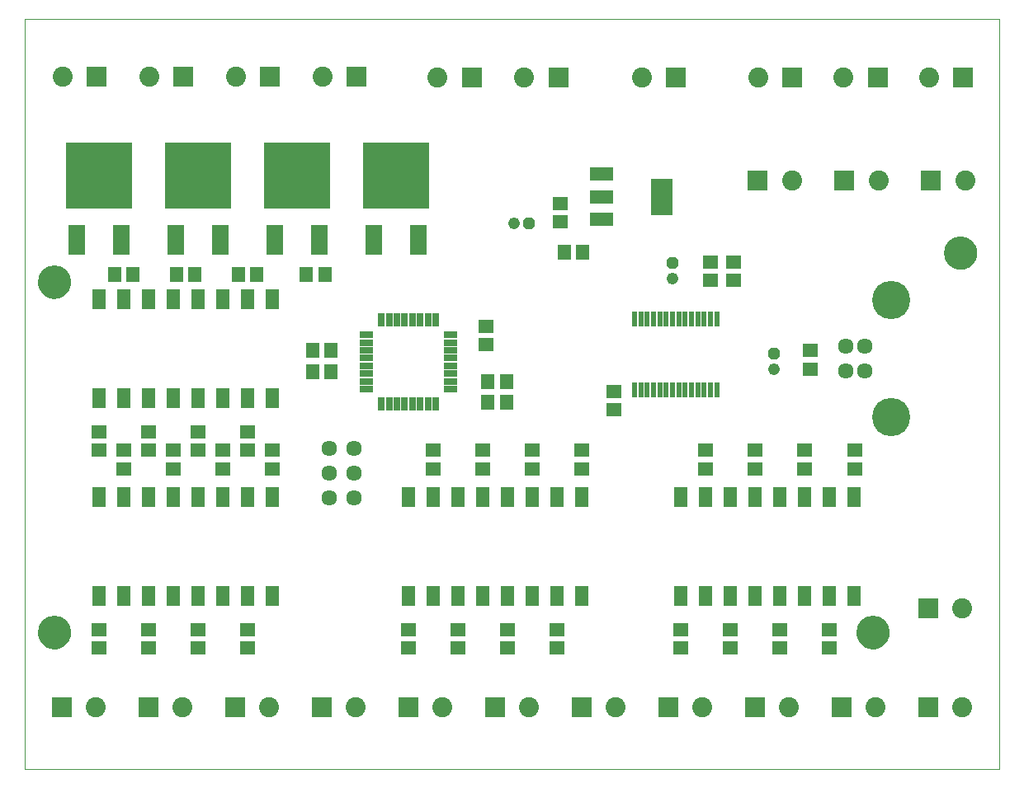
<source format=gts>
G75*
G70*
%OFA0B0*%
%FSLAX24Y24*%
%IPPOS*%
%LPD*%
%AMOC8*
5,1,8,0,0,1.08239X$1,22.5*
%
%ADD10C,0.0039*%
%ADD11C,0.0000*%
%ADD12C,0.1339*%
%ADD13R,0.0197X0.0631*%
%ADD14R,0.0540X0.0260*%
%ADD15R,0.0260X0.0540*%
%ADD16C,0.1542*%
%ADD17C,0.0634*%
%ADD18R,0.0631X0.0552*%
%ADD19R,0.0808X0.0808*%
%ADD20C,0.0808*%
%ADD21R,0.2678X0.2678*%
%ADD22R,0.0670X0.1221*%
%ADD23R,0.0552X0.0631*%
%ADD24OC8,0.0476*%
%ADD25C,0.0476*%
%ADD26R,0.0920X0.0520*%
%ADD27R,0.0906X0.1457*%
%ADD28R,0.0552X0.0827*%
D10*
X006386Y005283D02*
X045756Y005283D01*
X045756Y035598D01*
X006386Y035598D01*
X006386Y005283D01*
D11*
X006917Y010795D02*
X006919Y010845D01*
X006925Y010895D01*
X006935Y010945D01*
X006948Y010993D01*
X006965Y011041D01*
X006986Y011087D01*
X007010Y011131D01*
X007038Y011173D01*
X007069Y011213D01*
X007103Y011250D01*
X007140Y011285D01*
X007179Y011316D01*
X007220Y011345D01*
X007264Y011370D01*
X007310Y011392D01*
X007357Y011410D01*
X007405Y011424D01*
X007454Y011435D01*
X007504Y011442D01*
X007554Y011445D01*
X007605Y011444D01*
X007655Y011439D01*
X007705Y011430D01*
X007753Y011418D01*
X007801Y011401D01*
X007847Y011381D01*
X007892Y011358D01*
X007935Y011331D01*
X007975Y011301D01*
X008013Y011268D01*
X008048Y011232D01*
X008081Y011193D01*
X008110Y011152D01*
X008136Y011109D01*
X008159Y011064D01*
X008178Y011017D01*
X008193Y010969D01*
X008205Y010920D01*
X008213Y010870D01*
X008217Y010820D01*
X008217Y010770D01*
X008213Y010720D01*
X008205Y010670D01*
X008193Y010621D01*
X008178Y010573D01*
X008159Y010526D01*
X008136Y010481D01*
X008110Y010438D01*
X008081Y010397D01*
X008048Y010358D01*
X008013Y010322D01*
X007975Y010289D01*
X007935Y010259D01*
X007892Y010232D01*
X007847Y010209D01*
X007801Y010189D01*
X007753Y010172D01*
X007705Y010160D01*
X007655Y010151D01*
X007605Y010146D01*
X007554Y010145D01*
X007504Y010148D01*
X007454Y010155D01*
X007405Y010166D01*
X007357Y010180D01*
X007310Y010198D01*
X007264Y010220D01*
X007220Y010245D01*
X007179Y010274D01*
X007140Y010305D01*
X007103Y010340D01*
X007069Y010377D01*
X007038Y010417D01*
X007010Y010459D01*
X006986Y010503D01*
X006965Y010549D01*
X006948Y010597D01*
X006935Y010645D01*
X006925Y010695D01*
X006919Y010745D01*
X006917Y010795D01*
X006917Y024968D02*
X006919Y025018D01*
X006925Y025068D01*
X006935Y025118D01*
X006948Y025166D01*
X006965Y025214D01*
X006986Y025260D01*
X007010Y025304D01*
X007038Y025346D01*
X007069Y025386D01*
X007103Y025423D01*
X007140Y025458D01*
X007179Y025489D01*
X007220Y025518D01*
X007264Y025543D01*
X007310Y025565D01*
X007357Y025583D01*
X007405Y025597D01*
X007454Y025608D01*
X007504Y025615D01*
X007554Y025618D01*
X007605Y025617D01*
X007655Y025612D01*
X007705Y025603D01*
X007753Y025591D01*
X007801Y025574D01*
X007847Y025554D01*
X007892Y025531D01*
X007935Y025504D01*
X007975Y025474D01*
X008013Y025441D01*
X008048Y025405D01*
X008081Y025366D01*
X008110Y025325D01*
X008136Y025282D01*
X008159Y025237D01*
X008178Y025190D01*
X008193Y025142D01*
X008205Y025093D01*
X008213Y025043D01*
X008217Y024993D01*
X008217Y024943D01*
X008213Y024893D01*
X008205Y024843D01*
X008193Y024794D01*
X008178Y024746D01*
X008159Y024699D01*
X008136Y024654D01*
X008110Y024611D01*
X008081Y024570D01*
X008048Y024531D01*
X008013Y024495D01*
X007975Y024462D01*
X007935Y024432D01*
X007892Y024405D01*
X007847Y024382D01*
X007801Y024362D01*
X007753Y024345D01*
X007705Y024333D01*
X007655Y024324D01*
X007605Y024319D01*
X007554Y024318D01*
X007504Y024321D01*
X007454Y024328D01*
X007405Y024339D01*
X007357Y024353D01*
X007310Y024371D01*
X007264Y024393D01*
X007220Y024418D01*
X007179Y024447D01*
X007140Y024478D01*
X007103Y024513D01*
X007069Y024550D01*
X007038Y024590D01*
X007010Y024632D01*
X006986Y024676D01*
X006965Y024722D01*
X006948Y024770D01*
X006935Y024818D01*
X006925Y024868D01*
X006919Y024918D01*
X006917Y024968D01*
X039988Y010795D02*
X039990Y010845D01*
X039996Y010895D01*
X040006Y010945D01*
X040019Y010993D01*
X040036Y011041D01*
X040057Y011087D01*
X040081Y011131D01*
X040109Y011173D01*
X040140Y011213D01*
X040174Y011250D01*
X040211Y011285D01*
X040250Y011316D01*
X040291Y011345D01*
X040335Y011370D01*
X040381Y011392D01*
X040428Y011410D01*
X040476Y011424D01*
X040525Y011435D01*
X040575Y011442D01*
X040625Y011445D01*
X040676Y011444D01*
X040726Y011439D01*
X040776Y011430D01*
X040824Y011418D01*
X040872Y011401D01*
X040918Y011381D01*
X040963Y011358D01*
X041006Y011331D01*
X041046Y011301D01*
X041084Y011268D01*
X041119Y011232D01*
X041152Y011193D01*
X041181Y011152D01*
X041207Y011109D01*
X041230Y011064D01*
X041249Y011017D01*
X041264Y010969D01*
X041276Y010920D01*
X041284Y010870D01*
X041288Y010820D01*
X041288Y010770D01*
X041284Y010720D01*
X041276Y010670D01*
X041264Y010621D01*
X041249Y010573D01*
X041230Y010526D01*
X041207Y010481D01*
X041181Y010438D01*
X041152Y010397D01*
X041119Y010358D01*
X041084Y010322D01*
X041046Y010289D01*
X041006Y010259D01*
X040963Y010232D01*
X040918Y010209D01*
X040872Y010189D01*
X040824Y010172D01*
X040776Y010160D01*
X040726Y010151D01*
X040676Y010146D01*
X040625Y010145D01*
X040575Y010148D01*
X040525Y010155D01*
X040476Y010166D01*
X040428Y010180D01*
X040381Y010198D01*
X040335Y010220D01*
X040291Y010245D01*
X040250Y010274D01*
X040211Y010305D01*
X040174Y010340D01*
X040140Y010377D01*
X040109Y010417D01*
X040081Y010459D01*
X040057Y010503D01*
X040036Y010549D01*
X040019Y010597D01*
X040006Y010645D01*
X039996Y010695D01*
X039990Y010745D01*
X039988Y010795D01*
X043531Y026149D02*
X043533Y026199D01*
X043539Y026249D01*
X043549Y026299D01*
X043562Y026347D01*
X043579Y026395D01*
X043600Y026441D01*
X043624Y026485D01*
X043652Y026527D01*
X043683Y026567D01*
X043717Y026604D01*
X043754Y026639D01*
X043793Y026670D01*
X043834Y026699D01*
X043878Y026724D01*
X043924Y026746D01*
X043971Y026764D01*
X044019Y026778D01*
X044068Y026789D01*
X044118Y026796D01*
X044168Y026799D01*
X044219Y026798D01*
X044269Y026793D01*
X044319Y026784D01*
X044367Y026772D01*
X044415Y026755D01*
X044461Y026735D01*
X044506Y026712D01*
X044549Y026685D01*
X044589Y026655D01*
X044627Y026622D01*
X044662Y026586D01*
X044695Y026547D01*
X044724Y026506D01*
X044750Y026463D01*
X044773Y026418D01*
X044792Y026371D01*
X044807Y026323D01*
X044819Y026274D01*
X044827Y026224D01*
X044831Y026174D01*
X044831Y026124D01*
X044827Y026074D01*
X044819Y026024D01*
X044807Y025975D01*
X044792Y025927D01*
X044773Y025880D01*
X044750Y025835D01*
X044724Y025792D01*
X044695Y025751D01*
X044662Y025712D01*
X044627Y025676D01*
X044589Y025643D01*
X044549Y025613D01*
X044506Y025586D01*
X044461Y025563D01*
X044415Y025543D01*
X044367Y025526D01*
X044319Y025514D01*
X044269Y025505D01*
X044219Y025500D01*
X044168Y025499D01*
X044118Y025502D01*
X044068Y025509D01*
X044019Y025520D01*
X043971Y025534D01*
X043924Y025552D01*
X043878Y025574D01*
X043834Y025599D01*
X043793Y025628D01*
X043754Y025659D01*
X043717Y025694D01*
X043683Y025731D01*
X043652Y025771D01*
X043624Y025813D01*
X043600Y025857D01*
X043579Y025903D01*
X043562Y025951D01*
X043549Y025999D01*
X043539Y026049D01*
X043533Y026099D01*
X043531Y026149D01*
D12*
X044181Y026149D03*
X040638Y010795D03*
X007567Y010795D03*
X007567Y024968D03*
D13*
X031016Y023460D03*
X031272Y023460D03*
X031528Y023460D03*
X031784Y023460D03*
X032040Y023460D03*
X032296Y023460D03*
X032551Y023460D03*
X032807Y023460D03*
X033063Y023460D03*
X033319Y023460D03*
X033575Y023460D03*
X033831Y023460D03*
X034087Y023460D03*
X034343Y023460D03*
X034343Y020606D03*
X034087Y020606D03*
X033831Y020606D03*
X033575Y020606D03*
X033319Y020606D03*
X033063Y020606D03*
X032807Y020606D03*
X032551Y020606D03*
X032296Y020606D03*
X032040Y020606D03*
X031784Y020606D03*
X031528Y020606D03*
X031272Y020606D03*
X031016Y020606D03*
D14*
X023576Y020631D03*
X023576Y020945D03*
X023576Y021260D03*
X023576Y021575D03*
X023576Y021890D03*
X023576Y022205D03*
X023576Y022520D03*
X023576Y022835D03*
X020196Y022835D03*
X020196Y022520D03*
X020196Y022205D03*
X020196Y021890D03*
X020196Y021575D03*
X020196Y021260D03*
X020196Y020945D03*
X020196Y020631D03*
D15*
X020784Y020043D03*
X021099Y020043D03*
X021414Y020043D03*
X021729Y020043D03*
X022044Y020043D03*
X022359Y020043D03*
X022673Y020043D03*
X022988Y020043D03*
X022988Y023423D03*
X022673Y023423D03*
X022359Y023423D03*
X022044Y023423D03*
X021729Y023423D03*
X021414Y023423D03*
X021099Y023423D03*
X020784Y023423D03*
D16*
X041386Y024237D03*
X041386Y019497D03*
D17*
X040319Y021375D03*
X039532Y021375D03*
X039532Y022359D03*
X040319Y022359D03*
X019697Y018240D03*
X018697Y018240D03*
X018697Y017240D03*
X019697Y017240D03*
X019697Y016240D03*
X018697Y016240D03*
D18*
X016386Y017409D03*
X016386Y018157D03*
X015386Y018159D03*
X015386Y018907D03*
X014386Y018157D03*
X014386Y017409D03*
X013386Y018159D03*
X013386Y018907D03*
X012386Y018157D03*
X012386Y017409D03*
X011386Y018159D03*
X011386Y018907D03*
X010386Y018157D03*
X010386Y017409D03*
X009386Y018159D03*
X009386Y018907D03*
X009386Y010907D03*
X009386Y010159D03*
X011386Y010159D03*
X011386Y010907D03*
X013386Y010907D03*
X013386Y010159D03*
X015386Y010159D03*
X015386Y010907D03*
X021886Y010907D03*
X021886Y010159D03*
X023886Y010159D03*
X023886Y010907D03*
X025886Y010907D03*
X025886Y010159D03*
X027886Y010159D03*
X027886Y010907D03*
X032886Y010907D03*
X032886Y010159D03*
X034886Y010159D03*
X034886Y010907D03*
X036886Y010907D03*
X036886Y010159D03*
X038886Y010159D03*
X038886Y010907D03*
X037886Y017409D03*
X037886Y018157D03*
X035886Y018157D03*
X035886Y017409D03*
X033886Y017409D03*
X033886Y018157D03*
X030192Y019805D03*
X030192Y020553D03*
X028886Y018157D03*
X028886Y017409D03*
X026886Y017409D03*
X026886Y018157D03*
X024886Y018157D03*
X024886Y017409D03*
X022886Y017409D03*
X022886Y018157D03*
X025021Y022434D03*
X025021Y023182D03*
X028012Y027399D03*
X028012Y028147D03*
X034095Y025786D03*
X034095Y025038D03*
X034998Y025038D03*
X034998Y025786D03*
X038127Y022195D03*
X038127Y021447D03*
X039911Y018167D03*
X039911Y017419D03*
D19*
X042886Y011783D03*
X042886Y007783D03*
X039386Y007783D03*
X035886Y007783D03*
X032386Y007783D03*
X028886Y007783D03*
X025386Y007783D03*
X021886Y007783D03*
X018386Y007783D03*
X014886Y007783D03*
X011386Y007783D03*
X007886Y007783D03*
X035993Y029085D03*
X039493Y029085D03*
X042993Y029085D03*
X044287Y033235D03*
X040837Y033235D03*
X037387Y033235D03*
X032686Y033235D03*
X027936Y033235D03*
X024436Y033235D03*
X019786Y033285D03*
X016286Y033285D03*
X012786Y033285D03*
X009286Y033285D03*
D20*
X007908Y033285D03*
X011408Y033285D03*
X014908Y033285D03*
X018408Y033285D03*
X023058Y033235D03*
X026558Y033235D03*
X031308Y033235D03*
X036009Y033235D03*
X039459Y033235D03*
X042909Y033235D03*
X044371Y029085D03*
X040871Y029085D03*
X037371Y029085D03*
X044264Y011783D03*
X044264Y007783D03*
X040764Y007783D03*
X037264Y007783D03*
X033764Y007783D03*
X030264Y007783D03*
X026764Y007783D03*
X023264Y007783D03*
X019764Y007783D03*
X016264Y007783D03*
X012764Y007783D03*
X009264Y007783D03*
D21*
X009386Y029283D03*
X013386Y029283D03*
X017386Y029283D03*
X021386Y029283D03*
D22*
X020481Y026665D03*
X022292Y026665D03*
X018292Y026665D03*
X016481Y026665D03*
X014292Y026665D03*
X012481Y026665D03*
X010292Y026665D03*
X008481Y026665D03*
D23*
X010012Y025283D03*
X010760Y025283D03*
X012512Y025283D03*
X013260Y025283D03*
X015012Y025283D03*
X015760Y025283D03*
X017762Y025283D03*
X018510Y025283D03*
X018757Y022199D03*
X018009Y022199D03*
X018009Y021346D03*
X018757Y021346D03*
X025087Y020944D03*
X025835Y020944D03*
X025835Y020091D03*
X025087Y020091D03*
X028183Y026175D03*
X028931Y026175D03*
D24*
X026750Y027334D03*
X032539Y025723D03*
X036656Y022059D03*
D25*
X036656Y021444D03*
X032539Y025109D03*
X026135Y027334D03*
D26*
X029673Y027510D03*
X029673Y028420D03*
X029673Y029330D03*
D27*
X032113Y028420D03*
D28*
X032886Y016283D03*
X033886Y016283D03*
X034886Y016283D03*
X035886Y016283D03*
X036886Y016283D03*
X037886Y016283D03*
X038886Y016283D03*
X039886Y016283D03*
X039886Y012283D03*
X038886Y012283D03*
X037886Y012283D03*
X036886Y012283D03*
X035886Y012283D03*
X034886Y012283D03*
X033886Y012283D03*
X032886Y012283D03*
X028886Y012283D03*
X027886Y012283D03*
X026886Y012283D03*
X025886Y012283D03*
X024886Y012283D03*
X023886Y012283D03*
X022886Y012283D03*
X021886Y012283D03*
X021886Y016283D03*
X022886Y016283D03*
X023886Y016283D03*
X024886Y016283D03*
X025886Y016283D03*
X026886Y016283D03*
X027886Y016283D03*
X028886Y016283D03*
X016386Y016283D03*
X015386Y016283D03*
X014386Y016283D03*
X013386Y016283D03*
X012386Y016283D03*
X011386Y016283D03*
X010386Y016283D03*
X009386Y016283D03*
X009386Y020283D03*
X010386Y020283D03*
X011386Y020283D03*
X012386Y020283D03*
X013386Y020283D03*
X014386Y020283D03*
X015386Y020283D03*
X016386Y020283D03*
X016386Y024283D03*
X015386Y024283D03*
X014386Y024283D03*
X013386Y024283D03*
X012386Y024283D03*
X011386Y024283D03*
X010386Y024283D03*
X009386Y024283D03*
X009386Y012283D03*
X010386Y012283D03*
X011386Y012283D03*
X012386Y012283D03*
X013386Y012283D03*
X014386Y012283D03*
X015386Y012283D03*
X016386Y012283D03*
M02*

</source>
